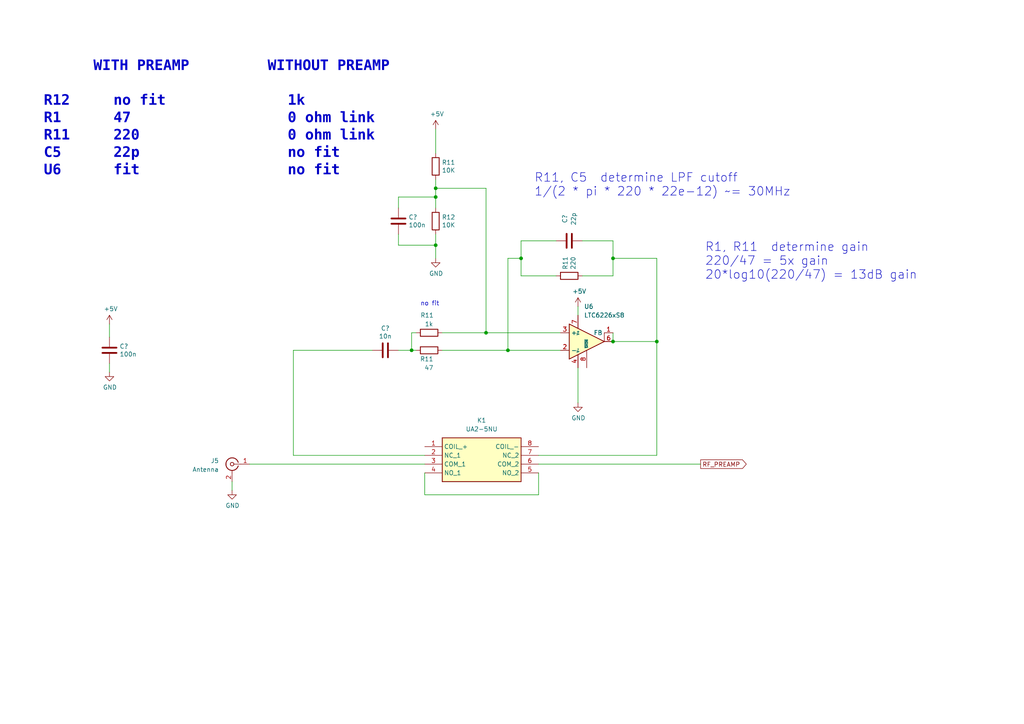
<source format=kicad_sch>
(kicad_sch (version 20231120) (generator "eeschema") (generator_version "8.0")
  (paper "A4")
  (lib_symbols
    (symbol "Amplifier_Operational:LTC6228xS8"
      (property "Reference" "U" (at 0 8.89 0))
      (property "Value" "LTC6228xS8" (at 0 6.35 0))
      (symbol "LTC6228xS8_0_1"
        (polyline (pts (xy 5.08 0) (xy 5.08 2.54)) (stroke (width 0.1524)))
      )
      (symbol "LTC6228xS8_1_1"
        (polyline (pts (xy 5.08 0) (xy -5.08 5.08) (xy -5.08 -5.08) (xy 5.08 0)) (stroke (width 0.254)) (fill (type background)))
        (pin output line (at 7.62 2.54 180) (length 2.54) (name "FB") (number "1"))
        (pin input line (at -7.62 -2.54 0) (length 2.54) (name "-") (number "2"))
        (pin input line (at -7.62 2.54 0) (length 2.54) (name "+") (number "3"))
        (pin power_in line (at -2.54 -7.62 90) (length 3.81) (name "V-") (number "4"))
        (pin passive line (at -2.54 -7.62 90) (length 3.81) hide (name "V-") (number "5"))
        (pin output line (at 7.62 0 180) (length 2.54) (name "~") (number "6"))
        (pin power_in line (at -2.54 7.62 270) (length 3.81) (name "V+") (number "7"))
        (pin input line (at 0 -7.62 90) (length 5.08) (name "~{SHDN}") (number "8"))
      )
    )
    (symbol "Connector:Conn_Coaxial" (pin_names (offset 1.016) hide)
      (property "Reference" "J" (at 0.254 3.048 0))
      (property "Value" "Conn_Coaxial" (at 2.921 0 90))
      (symbol "Conn_Coaxial_0_1"
        (arc (start -1.778 -0.508) (mid 0.2311 -1.8066) (end 1.778 0) (stroke (width 0.254)))
        (polyline (pts (xy -2.54 0) (xy -0.508 0)))
        (polyline (pts (xy 0 -2.54) (xy 0 -1.778)))
        (circle (center 0 0) (radius 0.508) (stroke (width 0.2032)))
        (arc (start 1.778 0) (mid 0.2099 1.8101) (end -1.778 0.508) (stroke (width 0.254)))
      )
      (symbol "Conn_Coaxial_1_1"
        (pin passive line (at -5.08 0 0) (length 2.54) (name "In") (number "1"))
        (pin passive line (at 0 -5.08 90) (length 2.54) (name "Ext") (number "2"))
      )
    )
    (symbol "Device:C" (pin_numbers hide) (pin_names (offset 0.254))
      (property "Reference" "C" (at 0.635 2.54 0))
      (property "Value" "C" (at 0.635 -2.54 0))
      (symbol "C_0_1"
        (polyline (pts (xy -2.032 -0.762) (xy 2.032 -0.762)) (stroke (width 0.508)))
        (polyline (pts (xy -2.032 0.762) (xy 2.032 0.762)) (stroke (width 0.508)))
      )
      (symbol "C_1_1"
        (pin passive line (at 0 3.81 270) (length 2.794) (name "~") (number "1"))
        (pin passive line (at 0 -3.81 90) (length 2.794) (name "~") (number "2"))
      )
    )
    (symbol "Device:R" (pin_numbers hide) (pin_names (offset 0))
      (property "Reference" "R" (at 2.032 0 90))
      (property "Value" "R" (at 0 0 90))
      (symbol "R_0_1"
        (rectangle (start -1.016 -2.54) (end 1.016 2.54) (stroke (width 0.254)))
      )
      (symbol "R_1_1"
        (pin passive line (at 0 3.81 270) (length 1.27) (name "~") (number "1"))
        (pin passive line (at 0 -3.81 90) (length 1.27) (name "~") (number "2"))
      )
    )
    (symbol "UA2-5NU:UA2-5NU"
      (property "Reference" "K" (at 29.21 7.62 0))
      (property "Value" "UA2-5NU" (at 29.21 5.08 0))
      (symbol "UA2-5NU_1_1"
        (rectangle (start 5.08 2.54) (end 27.94 -10.16) (stroke (width 0.254)) (fill (type background)))
        (pin passive line (at 0 0 0) (length 5.08) (name "COIL_+") (number "1"))
        (pin passive line (at 0 -2.54 0) (length 5.08) (name "NC_1") (number "2"))
        (pin passive line (at 0 -5.08 0) (length 5.08) (name "COM_1") (number "3"))
        (pin passive line (at 0 -7.62 0) (length 5.08) (name "NO_1") (number "4"))
        (pin passive line (at 33.02 -7.62 180) (length 5.08) (name "NO_2") (number "5"))
        (pin passive line (at 33.02 -5.08 180) (length 5.08) (name "COM_2") (number "6"))
        (pin passive line (at 33.02 -2.54 180) (length 5.08) (name "NC_2") (number "7"))
        (pin passive line (at 33.02 0 180) (length 5.08) (name "COIL_-") (number "8"))
      )
    )
    (symbol "power:+5V" (power) (pin_names (offset 0))
      (property "Value" "+5V" (at 0 3.556 0))
      (symbol "+5V_0_1"
        (polyline (pts (xy -0.762 1.27) (xy 0 2.54)))
        (polyline (pts (xy 0 0) (xy 0 2.54)))
        (polyline (pts (xy 0 2.54) (xy 0.762 1.27)))
      )
      (symbol "+5V_1_1"
        (pin power_in line (at 0 0 90) (length 0) hide (name "+5V") (number "1"))
      )
    )
    (symbol "power:GND" (power) (pin_names (offset 0))
      (property "Value" "GND" (at 0 -3.81 0))
      (symbol "GND_0_1"
        (polyline (pts (xy 0 0) (xy 0 -1.27) (xy 1.27 -1.27) (xy 0 -2.54) (xy -1.27 -1.27) (xy 0 -1.27)))
      )
      (symbol "GND_1_1"
        (pin power_in line (at 0 0 270) (length 0) hide (name "GND") (number "1"))
      )
    )
  )
  (junction (at 177.8 74.93))
  (junction (at 151.13 74.93))
  (junction (at 119.38 101.6))
  (junction (at 147.32 101.6))
  (junction (at 140.97 96.52))
  (junction (at 190.5 99.06))
  (junction (at 126.365 57.15))
  (junction (at 126.365 54.61))
  (junction (at 177.8 99.06))
  (junction (at 126.365 71.12))
  (wire (pts (xy 119.38 101.6) (xy 120.65 101.6)))
  (wire (pts (xy 126.365 37.465) (xy 126.365 44.45)))
  (wire (pts (xy 190.5 132.08) (xy 190.5 99.06)))
  (wire (pts (xy 168.91 80.01) (xy 177.8 80.01)))
  (wire (pts (xy 123.19 137.16) (xy 123.19 143.51)))
  (wire (pts (xy 177.8 74.93) (xy 177.8 80.01)))
  (wire (pts (xy 177.8 96.52) (xy 177.8 99.06)))
  (wire (pts (xy 151.13 69.85) (xy 151.13 74.93)))
  (wire (pts (xy 126.365 71.12) (xy 126.365 74.93)))
  (wire (pts (xy 85.09 132.08) (xy 123.19 132.08)))
  (wire (pts (xy 190.5 99.06) (xy 190.5 74.93)))
  (wire (pts (xy 161.29 80.01) (xy 151.13 80.01)))
  (wire (pts (xy 115.57 57.15) (xy 115.57 60.325)))
  (wire (pts (xy 123.19 143.51) (xy 156.21 143.51)))
  (wire (pts (xy 85.09 101.6) (xy 85.09 132.08)))
  (wire (pts (xy 126.365 57.15) (xy 126.365 60.325)))
  (wire (pts (xy 126.365 52.07) (xy 126.365 54.61)))
  (wire (pts (xy 147.32 101.6) (xy 162.56 101.6)))
  (wire (pts (xy 119.38 96.52) (xy 119.38 101.6)))
  (wire (pts (xy 151.13 74.93) (xy 151.13 80.01)))
  (wire (pts (xy 115.57 71.12) (xy 126.365 71.12)))
  (wire (pts (xy 167.64 106.68) (xy 167.64 116.84)))
  (wire (pts (xy 190.5 74.93) (xy 177.8 74.93)))
  (wire (pts (xy 168.91 69.85) (xy 177.8 69.85)))
  (wire (pts (xy 67.31 139.7) (xy 67.31 142.24)))
  (wire (pts (xy 85.09 101.6) (xy 107.95 101.6)))
  (wire (pts (xy 156.21 132.08) (xy 190.5 132.08)))
  (wire (pts (xy 31.75 105.41) (xy 31.75 107.95)))
  (wire (pts (xy 177.8 99.06) (xy 190.5 99.06)))
  (wire (pts (xy 147.32 101.6) (xy 147.32 74.93)))
  (wire (pts (xy 126.365 54.61) (xy 140.97 54.61)))
  (wire (pts (xy 31.75 93.98) (xy 31.75 97.79)))
  (wire (pts (xy 156.21 143.51) (xy 156.21 137.16)))
  (wire (pts (xy 140.97 96.52) (xy 162.56 96.52)))
  (wire (pts (xy 156.21 134.62) (xy 203.2 134.62)))
  (wire (pts (xy 72.39 134.62) (xy 123.19 134.62)))
  (wire (pts (xy 177.8 69.85) (xy 177.8 74.93)))
  (wire (pts (xy 115.57 67.945) (xy 115.57 71.12)))
  (wire (pts (xy 120.65 96.52) (xy 119.38 96.52)))
  (wire (pts (xy 115.57 57.15) (xy 126.365 57.15)))
  (wire (pts (xy 126.365 67.945) (xy 126.365 71.12)))
  (wire (pts (xy 147.32 74.93) (xy 151.13 74.93)))
  (wire (pts (xy 161.29 69.85) (xy 151.13 69.85)))
  (wire (pts (xy 140.97 54.61) (xy 140.97 96.52)))
  (wire (pts (xy 128.27 101.6) (xy 147.32 101.6)))
  (wire (pts (xy 115.57 101.6) (xy 119.38 101.6)))
  (wire (pts (xy 167.64 88.9) (xy 167.64 91.44)))
  (wire (pts (xy 126.365 54.61) (xy 126.365 57.15)))
  (wire (pts (xy 128.27 96.52) (xy 140.97 96.52)))
  (text "no fit" (at 121.92 88.9 0) (effects (font (size 1.27 1.27)) (justify left bottom)))
  (text "R11, C5  determine LPF cutoff\n1/(2 * pi * 220 * 22e-12) ~= 30MHz" (at 154.94 57.15 0) (effects (font (size 2.5 2.5)) (justify left bottom)))
  (text "		WITH PREAMP         WITHOUT PREAMP\n\nR12     no fit              1k\nR1      47                  0 ohm link\nR11     220                 0 ohm link\nC5      22p                 no fit               \nU6      fit                 no fit" (at 12.7 52.07 0) (effects (font (size 3 3) (thickness 0.254) (bold yes)) (justify left bottom)))
  (text "R1, R11  determine gain\n220/47 = 5x gain\n20*log10(220/47) = 13dB gain" (at 204.47 81.28 0) (effects (font (size 2.5 2.5)) (justify left bottom)))
  (global_label "RF_PREAMP" (shape output) (at 203.2 134.62 0) (property "Intersheetrefs" "${INTERSHEET_REFS}" (effects (hide yes))))
  (symbol (lib_id "Device:C") (at 165.1 69.85 90) (unit 1)
    (property "Reference" "C?" (at 163.83 63.4746 0))
    (property "Value" "22p" (at 166.37 63.5 0))
    (property "Footprint" "Capacitor_SMD:C_0805_2012Metric" (effects (hide yes)))
    (instances (project "RADIO" (path "" (reference "C?") (unit 1))) (project "SDR_PreAmp_Filter" (path "" (reference "C5") (unit 1))))
  )
  (symbol (lib_id "power:GND") (at 126.365 74.93 0) (unit 1)
    (property "Reference" "#PWR036" (effects (hide yes)))
    (property "Value" "GND" (at 126.492 79.3242 0))
    (instances (project "RADIO" (path "" (reference "#PWR036") (unit 1))) (project "SDR_PreAmp_Filter" (path "" (reference "#PWR033") (unit 1))))
  )
  (symbol (lib_id "UA2-5NU:UA2-5NU") (at 123.19 129.54 0) (unit 1)
    (property "Reference" "K1" (at 139.7 121.92 0))
    (property "Value" "UA2-5NU" (at 139.7 124.46 0))
    (property "Footprint" "UA245NJ" (effects (hide yes)))
    (property "Datasheet" "https://content.kemet.com/datasheets/KEM_R7004_UA2_UB2.pdf" (effects (hide yes)))
    (property "Description" "KEMET, UA2, Relays, Signal, 5 V, 220 V, 250 VAC, 1 A, 100 mOhms, 1 GOhms, 10.6mm, 5.7mm, 8mm" (effects (hide yes)))
    (property "Height" "8" (effects (hide yes)))
    (property "Manufacturer_Name" "KEMET" (effects (hide yes)))
    (property "Manufacturer_Part_Number" "UA2-5NU" (effects (hide yes)))
    (property "Mouser Part Number" "80-UA2-5NU" (effects (hide yes)))
    (property "Mouser Price/Stock" "https://www.mouser.co.uk/ProductDetail/KEMET/UA2-5NU?qs=Mg2Do3ryY8thjS4jUuWNRA%3D%3D" (effects (hide yes)))
    (property "Arrow Part Number" "UA2-5NU" (effects (hide yes)))
    (property "Arrow Price/Stock" "https://www.arrow.com/en/products/ua2-5nu/kemet-corporation?utm_currency=USD&region=nac" (effects (hide yes)))
  )
  (symbol (lib_id "Amplifier_Operational:LTC6228xS8") (at 170.18 99.06 0) (unit 1)
    (property "Reference" "U6" (at 169.3975 88.9 0) (effects (justify left)))
    (property "Value" "LTC6226xS8" (at 169.3975 91.44 0) (effects (justify left)))
    (property "Footprint" "Package_SO:SO-8_3.9x4.9mm_P1.27mm" (effects (hide yes)))
    (property "Datasheet" "https://www.analog.com/media/en/technical-documentation/data-sheets/LTC6228-6229.pdf" (effects (hide yes)))
  )
  (symbol (lib_id "Device:R") (at 124.46 96.52 270) (unit 1)
    (property "Reference" "R11" (at 121.92 91.44 90) (effects (justify left)))
    (property "Value" "1k" (at 123.19 93.98 90) (effects (justify left)))
    (property "Footprint" "Resistor_SMD:R_0805_2012Metric" (effects (hide yes)))
    (instances (project "RADIO" (path "" (reference "R11") (unit 1))) (project "SDR_PreAmp_Filter" (path "" (reference "R12") (unit 1))))
  )
  (symbol (lib_id "power:GND") (at 67.31 142.24 0) (unit 1)
    (property "Reference" "#PWR?" (effects (hide yes)))
    (property "Value" "GND" (at 67.437 146.6342 0))
    (instances (project "RADIO" (path "" (reference "#PWR?") (unit 1))) (project "SDR_PreAmp_Filter" (path "" (reference "#PWR08") (unit 1))))
  )
  (symbol (lib_id "power:+5V") (at 167.64 88.9 0) (unit 1)
    (property "Reference" "#PWR?" (effects (hide yes)))
    (property "Value" "+5V" (at 168.021 84.5058 0))
    (instances (project "RADIO" (path "" (reference "#PWR?") (unit 1))) (project "SDR_PreAmp_Filter" (path "" (reference "#PWR040") (unit 1))))
  )
  (symbol (lib_id "power:GND") (at 31.75 107.95 0) (unit 1)
    (property "Reference" "#PWR?" (effects (hide yes)))
    (property "Value" "GND" (at 31.877 112.3442 0))
    (instances (project "RADIO" (path "" (reference "#PWR?") (unit 1))) (project "SDR_PreAmp_Filter" (path "" (reference "#PWR043") (unit 1))))
  )
  (symbol (lib_id "Device:R") (at 126.365 48.26 0) (unit 1)
    (property "Reference" "R11" (at 128.143 47.117 0) (effects (justify left)))
    (property "Value" "10K" (at 128.143 49.403 0) (effects (justify left)))
    (property "Footprint" "Resistor_SMD:R_0805_2012Metric" (effects (hide yes)))
    (instances (project "RADIO" (path "" (reference "R11") (unit 1))) (project "SDR_PreAmp_Filter" (path "" (reference "R2") (unit 1))))
  )
  (symbol (lib_id "Device:C") (at 31.75 101.6 0) (unit 1)
    (property "Reference" "C?" (at 34.671 100.457 0) (effects (justify left)))
    (property "Value" "100n" (at 34.671 102.743 0) (effects (justify left)))
    (property "Footprint" "Capacitor_SMD:C_0805_2012Metric" (effects (hide yes)))
    (instances (project "RADIO" (path "" (reference "C?") (unit 1))) (project "SDR_PreAmp_Filter" (path "" (reference "C10") (unit 1))))
  )
  (symbol (lib_id "Device:R") (at 126.365 64.135 0) (unit 1)
    (property "Reference" "R12" (at 128.143 62.992 0) (effects (justify left)))
    (property "Value" "10K" (at 128.143 65.278 0) (effects (justify left)))
    (property "Footprint" "Resistor_SMD:R_0805_2012Metric" (effects (hide yes)))
    (instances (project "RADIO" (path "" (reference "R12") (unit 1))) (project "SDR_PreAmp_Filter" (path "" (reference "R10") (unit 1))))
  )
  (symbol (lib_id "Device:C") (at 115.57 64.135 0) (unit 1)
    (property "Reference" "C?" (at 118.491 62.992 0) (effects (justify left)))
    (property "Value" "100n" (at 118.491 65.278 0) (effects (justify left)))
    (property "Footprint" "Capacitor_SMD:C_0805_2012Metric" (effects (hide yes)))
    (instances (project "RADIO" (path "" (reference "C?") (unit 1))) (project "SDR_PreAmp_Filter" (path "" (reference "C17") (unit 1))))
  )
  (symbol (lib_id "power:+5V") (at 31.75 93.98 0) (unit 1)
    (property "Reference" "#PWR?" (effects (hide yes)))
    (property "Value" "+5V" (at 32.131 89.5858 0))
    (instances (project "RADIO" (path "" (reference "#PWR?") (unit 1))) (project "SDR_PreAmp_Filter" (path "" (reference "#PWR035") (unit 1))))
  )
  (symbol (lib_id "Device:C") (at 111.76 101.6 270) (mirror x) (unit 1)
    (property "Reference" "C?" (at 111.76 95.2246 90))
    (property "Value" "10n" (at 111.76 97.536 90))
    (property "Footprint" "Capacitor_SMD:C_0805_2012Metric" (effects (hide yes)))
    (instances (project "RADIO" (path "" (reference "C?") (unit 1))) (project "SDR_PreAmp_Filter" (path "" (reference "C1") (unit 1))))
  )
  (symbol (lib_id "Device:R") (at 165.1 80.01 90) (unit 1)
    (property "Reference" "R11" (at 163.957 78.232 0) (effects (justify left)))
    (property "Value" "220" (at 166.243 78.232 0) (effects (justify left)))
    (property "Footprint" "Resistor_SMD:R_0805_2012Metric" (effects (hide yes)))
  )
  (symbol (lib_id "power:+5V") (at 126.365 37.465 0) (unit 1)
    (property "Reference" "#PWR?" (effects (hide yes)))
    (property "Value" "+5V" (at 126.746 33.0708 0))
    (instances (project "RADIO" (path "" (reference "#PWR?") (unit 1))) (project "SDR_PreAmp_Filter" (path "" (reference "#PWR07") (unit 1))))
  )
  (symbol (lib_id "Device:R") (at 124.46 101.6 90) (unit 1)
    (property "Reference" "R11" (at 125.73 104.14 90) (effects (justify left)))
    (property "Value" "47" (at 125.73 106.68 90) (effects (justify left)))
    (property "Footprint" "Resistor_SMD:R_0805_2012Metric" (effects (hide yes)))
    (instances (project "RADIO" (path "" (reference "R11") (unit 1))) (project "SDR_PreAmp_Filter" (path "" (reference "R1") (unit 1))))
  )
  (symbol (lib_id "power:GND") (at 167.64 116.84 0) (unit 1)
    (property "Reference" "#PWR036" (effects (hide yes)))
    (property "Value" "GND" (at 167.767 121.2342 0))
    (instances (project "RADIO" (path "" (reference "#PWR036") (unit 1))) (project "SDR_PreAmp_Filter" (path "" (reference "#PWR034") (unit 1))))
  )
  (symbol (lib_id "Connector:Conn_Coaxial") (at 67.31 134.62 0) (mirror y) (unit 1)
    (property "Reference" "J5" (at 63.5 133.6432 0) (effects (justify left)))
    (property "Value" "Antenna" (at 63.5 136.1832 0) (effects (justify left)))
    (property "Footprint" "Connector_Coaxial:SMA_Samtec_SMA-J-P-X-ST-EM1_EdgeMount" (effects (hide yes)))
  )
)
</source>
